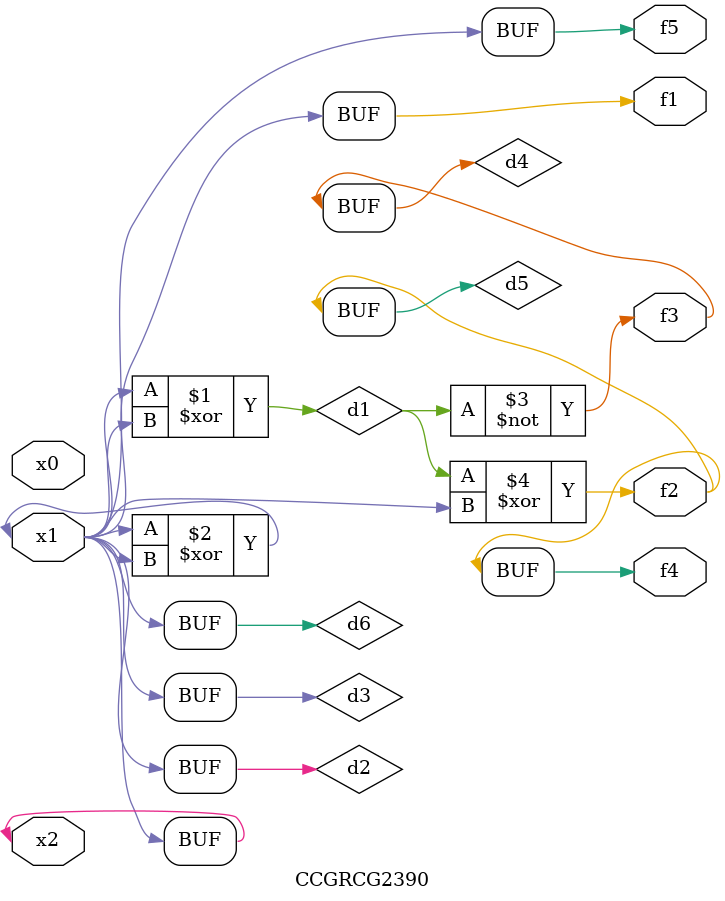
<source format=v>
module CCGRCG2390(
	input x0, x1, x2,
	output f1, f2, f3, f4, f5
);

	wire d1, d2, d3, d4, d5, d6;

	xor (d1, x1, x2);
	buf (d2, x1, x2);
	xor (d3, x1, x2);
	nor (d4, d1);
	xor (d5, d1, d2);
	buf (d6, d2, d3);
	assign f1 = d6;
	assign f2 = d5;
	assign f3 = d4;
	assign f4 = d5;
	assign f5 = d6;
endmodule

</source>
